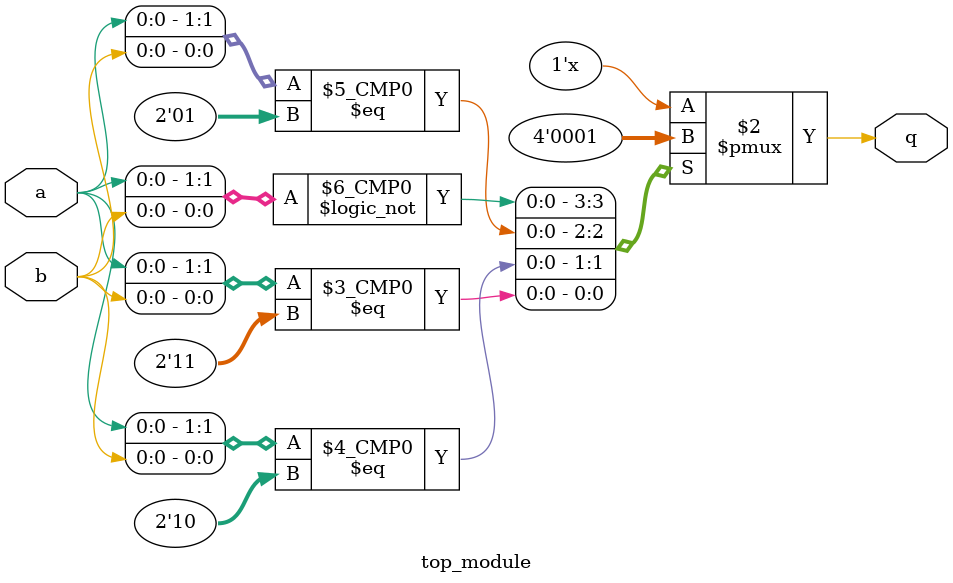
<source format=sv>
module top_module (
    input a,
    input b,
    output q
);

always @(*) begin
    case ({a, b})
        2'b00: q = 1'b0;
        2'b01: q = 1'b0;
        2'b10: q = 1'b0;
        2'b11: q = 1'b1;
    endcase
end

endmodule

</source>
